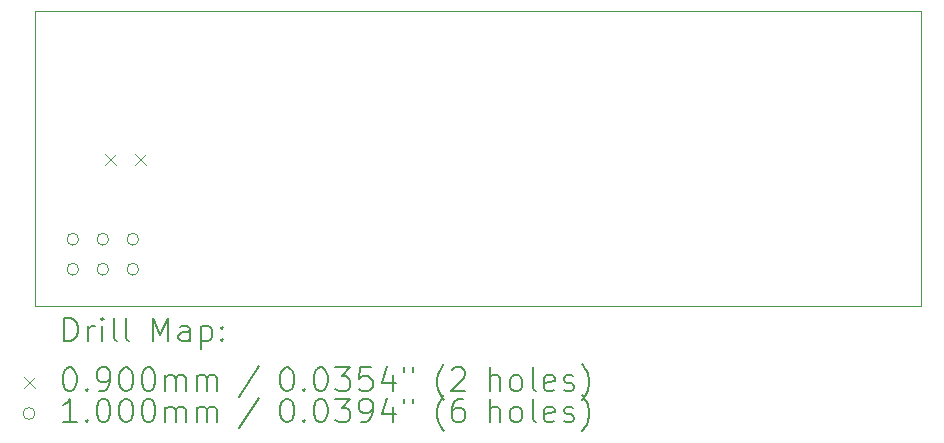
<source format=gbr>
%TF.GenerationSoftware,KiCad,Pcbnew,(6.99.0-2452-gdb4f2d9dd8)*%
%TF.CreationDate,2022-08-02T12:20:50-05:00*%
%TF.ProjectId,AWS,4157532e-6b69-4636-9164-5f7063625858,rev?*%
%TF.SameCoordinates,Original*%
%TF.FileFunction,Drillmap*%
%TF.FilePolarity,Positive*%
%FSLAX45Y45*%
G04 Gerber Fmt 4.5, Leading zero omitted, Abs format (unit mm)*
G04 Created by KiCad (PCBNEW (6.99.0-2452-gdb4f2d9dd8)) date 2022-08-02 12:20:50*
%MOMM*%
%LPD*%
G01*
G04 APERTURE LIST*
%ADD10C,0.100000*%
%ADD11C,0.200000*%
%ADD12C,0.090000*%
G04 APERTURE END LIST*
D10*
X10000000Y-5000000D02*
X17500000Y-5000000D01*
X17500000Y-5000000D02*
X17500000Y-7500000D01*
X17500000Y-7500000D02*
X10000000Y-7500000D01*
X10000000Y-7500000D02*
X10000000Y-5000000D01*
D11*
D12*
X10591000Y-6215000D02*
X10681000Y-6305000D01*
X10681000Y-6215000D02*
X10591000Y-6305000D01*
X10845000Y-6215000D02*
X10935000Y-6305000D01*
X10935000Y-6215000D02*
X10845000Y-6305000D01*
D10*
X10366000Y-6933000D02*
G75*
G03*
X10366000Y-6933000I-50000J0D01*
G01*
X10366000Y-7187000D02*
G75*
G03*
X10366000Y-7187000I-50000J0D01*
G01*
X10620000Y-6933000D02*
G75*
G03*
X10620000Y-6933000I-50000J0D01*
G01*
X10620000Y-7187000D02*
G75*
G03*
X10620000Y-7187000I-50000J0D01*
G01*
X10874000Y-6933000D02*
G75*
G03*
X10874000Y-6933000I-50000J0D01*
G01*
X10874000Y-7187000D02*
G75*
G03*
X10874000Y-7187000I-50000J0D01*
G01*
D11*
X10242619Y-7798476D02*
X10242619Y-7598476D01*
X10242619Y-7598476D02*
X10290238Y-7598476D01*
X10290238Y-7598476D02*
X10318810Y-7608000D01*
X10318810Y-7608000D02*
X10337857Y-7627048D01*
X10337857Y-7627048D02*
X10347381Y-7646095D01*
X10347381Y-7646095D02*
X10356905Y-7684190D01*
X10356905Y-7684190D02*
X10356905Y-7712762D01*
X10356905Y-7712762D02*
X10347381Y-7750857D01*
X10347381Y-7750857D02*
X10337857Y-7769905D01*
X10337857Y-7769905D02*
X10318810Y-7788952D01*
X10318810Y-7788952D02*
X10290238Y-7798476D01*
X10290238Y-7798476D02*
X10242619Y-7798476D01*
X10442619Y-7798476D02*
X10442619Y-7665143D01*
X10442619Y-7703238D02*
X10452143Y-7684190D01*
X10452143Y-7684190D02*
X10461667Y-7674667D01*
X10461667Y-7674667D02*
X10480714Y-7665143D01*
X10480714Y-7665143D02*
X10499762Y-7665143D01*
X10566429Y-7798476D02*
X10566429Y-7665143D01*
X10566429Y-7598476D02*
X10556905Y-7608000D01*
X10556905Y-7608000D02*
X10566429Y-7617524D01*
X10566429Y-7617524D02*
X10575952Y-7608000D01*
X10575952Y-7608000D02*
X10566429Y-7598476D01*
X10566429Y-7598476D02*
X10566429Y-7617524D01*
X10690238Y-7798476D02*
X10671190Y-7788952D01*
X10671190Y-7788952D02*
X10661667Y-7769905D01*
X10661667Y-7769905D02*
X10661667Y-7598476D01*
X10795000Y-7798476D02*
X10775952Y-7788952D01*
X10775952Y-7788952D02*
X10766429Y-7769905D01*
X10766429Y-7769905D02*
X10766429Y-7598476D01*
X10991190Y-7798476D02*
X10991190Y-7598476D01*
X10991190Y-7598476D02*
X11057857Y-7741333D01*
X11057857Y-7741333D02*
X11124524Y-7598476D01*
X11124524Y-7598476D02*
X11124524Y-7798476D01*
X11305476Y-7798476D02*
X11305476Y-7693714D01*
X11305476Y-7693714D02*
X11295952Y-7674667D01*
X11295952Y-7674667D02*
X11276905Y-7665143D01*
X11276905Y-7665143D02*
X11238809Y-7665143D01*
X11238809Y-7665143D02*
X11219762Y-7674667D01*
X11305476Y-7788952D02*
X11286428Y-7798476D01*
X11286428Y-7798476D02*
X11238809Y-7798476D01*
X11238809Y-7798476D02*
X11219762Y-7788952D01*
X11219762Y-7788952D02*
X11210238Y-7769905D01*
X11210238Y-7769905D02*
X11210238Y-7750857D01*
X11210238Y-7750857D02*
X11219762Y-7731809D01*
X11219762Y-7731809D02*
X11238809Y-7722286D01*
X11238809Y-7722286D02*
X11286428Y-7722286D01*
X11286428Y-7722286D02*
X11305476Y-7712762D01*
X11400714Y-7665143D02*
X11400714Y-7865143D01*
X11400714Y-7674667D02*
X11419762Y-7665143D01*
X11419762Y-7665143D02*
X11457857Y-7665143D01*
X11457857Y-7665143D02*
X11476905Y-7674667D01*
X11476905Y-7674667D02*
X11486428Y-7684190D01*
X11486428Y-7684190D02*
X11495952Y-7703238D01*
X11495952Y-7703238D02*
X11495952Y-7760381D01*
X11495952Y-7760381D02*
X11486428Y-7779428D01*
X11486428Y-7779428D02*
X11476905Y-7788952D01*
X11476905Y-7788952D02*
X11457857Y-7798476D01*
X11457857Y-7798476D02*
X11419762Y-7798476D01*
X11419762Y-7798476D02*
X11400714Y-7788952D01*
X11581667Y-7779428D02*
X11591190Y-7788952D01*
X11591190Y-7788952D02*
X11581667Y-7798476D01*
X11581667Y-7798476D02*
X11572143Y-7788952D01*
X11572143Y-7788952D02*
X11581667Y-7779428D01*
X11581667Y-7779428D02*
X11581667Y-7798476D01*
X11581667Y-7674667D02*
X11591190Y-7684190D01*
X11591190Y-7684190D02*
X11581667Y-7693714D01*
X11581667Y-7693714D02*
X11572143Y-7684190D01*
X11572143Y-7684190D02*
X11581667Y-7674667D01*
X11581667Y-7674667D02*
X11581667Y-7693714D01*
D12*
X9905000Y-8100000D02*
X9995000Y-8190000D01*
X9995000Y-8100000D02*
X9905000Y-8190000D01*
D11*
X10280714Y-8018476D02*
X10299762Y-8018476D01*
X10299762Y-8018476D02*
X10318810Y-8028000D01*
X10318810Y-8028000D02*
X10328333Y-8037524D01*
X10328333Y-8037524D02*
X10337857Y-8056571D01*
X10337857Y-8056571D02*
X10347381Y-8094667D01*
X10347381Y-8094667D02*
X10347381Y-8142286D01*
X10347381Y-8142286D02*
X10337857Y-8180381D01*
X10337857Y-8180381D02*
X10328333Y-8199428D01*
X10328333Y-8199428D02*
X10318810Y-8208952D01*
X10318810Y-8208952D02*
X10299762Y-8218476D01*
X10299762Y-8218476D02*
X10280714Y-8218476D01*
X10280714Y-8218476D02*
X10261667Y-8208952D01*
X10261667Y-8208952D02*
X10252143Y-8199428D01*
X10252143Y-8199428D02*
X10242619Y-8180381D01*
X10242619Y-8180381D02*
X10233095Y-8142286D01*
X10233095Y-8142286D02*
X10233095Y-8094667D01*
X10233095Y-8094667D02*
X10242619Y-8056571D01*
X10242619Y-8056571D02*
X10252143Y-8037524D01*
X10252143Y-8037524D02*
X10261667Y-8028000D01*
X10261667Y-8028000D02*
X10280714Y-8018476D01*
X10433095Y-8199428D02*
X10442619Y-8208952D01*
X10442619Y-8208952D02*
X10433095Y-8218476D01*
X10433095Y-8218476D02*
X10423571Y-8208952D01*
X10423571Y-8208952D02*
X10433095Y-8199428D01*
X10433095Y-8199428D02*
X10433095Y-8218476D01*
X10537857Y-8218476D02*
X10575952Y-8218476D01*
X10575952Y-8218476D02*
X10595000Y-8208952D01*
X10595000Y-8208952D02*
X10604524Y-8199428D01*
X10604524Y-8199428D02*
X10623571Y-8170857D01*
X10623571Y-8170857D02*
X10633095Y-8132762D01*
X10633095Y-8132762D02*
X10633095Y-8056571D01*
X10633095Y-8056571D02*
X10623571Y-8037524D01*
X10623571Y-8037524D02*
X10614048Y-8028000D01*
X10614048Y-8028000D02*
X10595000Y-8018476D01*
X10595000Y-8018476D02*
X10556905Y-8018476D01*
X10556905Y-8018476D02*
X10537857Y-8028000D01*
X10537857Y-8028000D02*
X10528333Y-8037524D01*
X10528333Y-8037524D02*
X10518810Y-8056571D01*
X10518810Y-8056571D02*
X10518810Y-8104190D01*
X10518810Y-8104190D02*
X10528333Y-8123238D01*
X10528333Y-8123238D02*
X10537857Y-8132762D01*
X10537857Y-8132762D02*
X10556905Y-8142286D01*
X10556905Y-8142286D02*
X10595000Y-8142286D01*
X10595000Y-8142286D02*
X10614048Y-8132762D01*
X10614048Y-8132762D02*
X10623571Y-8123238D01*
X10623571Y-8123238D02*
X10633095Y-8104190D01*
X10756905Y-8018476D02*
X10775952Y-8018476D01*
X10775952Y-8018476D02*
X10795000Y-8028000D01*
X10795000Y-8028000D02*
X10804524Y-8037524D01*
X10804524Y-8037524D02*
X10814048Y-8056571D01*
X10814048Y-8056571D02*
X10823571Y-8094667D01*
X10823571Y-8094667D02*
X10823571Y-8142286D01*
X10823571Y-8142286D02*
X10814048Y-8180381D01*
X10814048Y-8180381D02*
X10804524Y-8199428D01*
X10804524Y-8199428D02*
X10795000Y-8208952D01*
X10795000Y-8208952D02*
X10775952Y-8218476D01*
X10775952Y-8218476D02*
X10756905Y-8218476D01*
X10756905Y-8218476D02*
X10737857Y-8208952D01*
X10737857Y-8208952D02*
X10728333Y-8199428D01*
X10728333Y-8199428D02*
X10718810Y-8180381D01*
X10718810Y-8180381D02*
X10709286Y-8142286D01*
X10709286Y-8142286D02*
X10709286Y-8094667D01*
X10709286Y-8094667D02*
X10718810Y-8056571D01*
X10718810Y-8056571D02*
X10728333Y-8037524D01*
X10728333Y-8037524D02*
X10737857Y-8028000D01*
X10737857Y-8028000D02*
X10756905Y-8018476D01*
X10947381Y-8018476D02*
X10966429Y-8018476D01*
X10966429Y-8018476D02*
X10985476Y-8028000D01*
X10985476Y-8028000D02*
X10995000Y-8037524D01*
X10995000Y-8037524D02*
X11004524Y-8056571D01*
X11004524Y-8056571D02*
X11014048Y-8094667D01*
X11014048Y-8094667D02*
X11014048Y-8142286D01*
X11014048Y-8142286D02*
X11004524Y-8180381D01*
X11004524Y-8180381D02*
X10995000Y-8199428D01*
X10995000Y-8199428D02*
X10985476Y-8208952D01*
X10985476Y-8208952D02*
X10966429Y-8218476D01*
X10966429Y-8218476D02*
X10947381Y-8218476D01*
X10947381Y-8218476D02*
X10928333Y-8208952D01*
X10928333Y-8208952D02*
X10918810Y-8199428D01*
X10918810Y-8199428D02*
X10909286Y-8180381D01*
X10909286Y-8180381D02*
X10899762Y-8142286D01*
X10899762Y-8142286D02*
X10899762Y-8094667D01*
X10899762Y-8094667D02*
X10909286Y-8056571D01*
X10909286Y-8056571D02*
X10918810Y-8037524D01*
X10918810Y-8037524D02*
X10928333Y-8028000D01*
X10928333Y-8028000D02*
X10947381Y-8018476D01*
X11099762Y-8218476D02*
X11099762Y-8085143D01*
X11099762Y-8104190D02*
X11109286Y-8094667D01*
X11109286Y-8094667D02*
X11128333Y-8085143D01*
X11128333Y-8085143D02*
X11156905Y-8085143D01*
X11156905Y-8085143D02*
X11175952Y-8094667D01*
X11175952Y-8094667D02*
X11185476Y-8113714D01*
X11185476Y-8113714D02*
X11185476Y-8218476D01*
X11185476Y-8113714D02*
X11195000Y-8094667D01*
X11195000Y-8094667D02*
X11214048Y-8085143D01*
X11214048Y-8085143D02*
X11242619Y-8085143D01*
X11242619Y-8085143D02*
X11261667Y-8094667D01*
X11261667Y-8094667D02*
X11271190Y-8113714D01*
X11271190Y-8113714D02*
X11271190Y-8218476D01*
X11366429Y-8218476D02*
X11366429Y-8085143D01*
X11366429Y-8104190D02*
X11375952Y-8094667D01*
X11375952Y-8094667D02*
X11395000Y-8085143D01*
X11395000Y-8085143D02*
X11423571Y-8085143D01*
X11423571Y-8085143D02*
X11442619Y-8094667D01*
X11442619Y-8094667D02*
X11452143Y-8113714D01*
X11452143Y-8113714D02*
X11452143Y-8218476D01*
X11452143Y-8113714D02*
X11461667Y-8094667D01*
X11461667Y-8094667D02*
X11480714Y-8085143D01*
X11480714Y-8085143D02*
X11509286Y-8085143D01*
X11509286Y-8085143D02*
X11528333Y-8094667D01*
X11528333Y-8094667D02*
X11537857Y-8113714D01*
X11537857Y-8113714D02*
X11537857Y-8218476D01*
X11895952Y-8008952D02*
X11724524Y-8266095D01*
X12120714Y-8018476D02*
X12139762Y-8018476D01*
X12139762Y-8018476D02*
X12158810Y-8028000D01*
X12158810Y-8028000D02*
X12168333Y-8037524D01*
X12168333Y-8037524D02*
X12177857Y-8056571D01*
X12177857Y-8056571D02*
X12187381Y-8094667D01*
X12187381Y-8094667D02*
X12187381Y-8142286D01*
X12187381Y-8142286D02*
X12177857Y-8180381D01*
X12177857Y-8180381D02*
X12168333Y-8199428D01*
X12168333Y-8199428D02*
X12158810Y-8208952D01*
X12158810Y-8208952D02*
X12139762Y-8218476D01*
X12139762Y-8218476D02*
X12120714Y-8218476D01*
X12120714Y-8218476D02*
X12101667Y-8208952D01*
X12101667Y-8208952D02*
X12092143Y-8199428D01*
X12092143Y-8199428D02*
X12082619Y-8180381D01*
X12082619Y-8180381D02*
X12073095Y-8142286D01*
X12073095Y-8142286D02*
X12073095Y-8094667D01*
X12073095Y-8094667D02*
X12082619Y-8056571D01*
X12082619Y-8056571D02*
X12092143Y-8037524D01*
X12092143Y-8037524D02*
X12101667Y-8028000D01*
X12101667Y-8028000D02*
X12120714Y-8018476D01*
X12273095Y-8199428D02*
X12282619Y-8208952D01*
X12282619Y-8208952D02*
X12273095Y-8218476D01*
X12273095Y-8218476D02*
X12263571Y-8208952D01*
X12263571Y-8208952D02*
X12273095Y-8199428D01*
X12273095Y-8199428D02*
X12273095Y-8218476D01*
X12406429Y-8018476D02*
X12425476Y-8018476D01*
X12425476Y-8018476D02*
X12444524Y-8028000D01*
X12444524Y-8028000D02*
X12454048Y-8037524D01*
X12454048Y-8037524D02*
X12463571Y-8056571D01*
X12463571Y-8056571D02*
X12473095Y-8094667D01*
X12473095Y-8094667D02*
X12473095Y-8142286D01*
X12473095Y-8142286D02*
X12463571Y-8180381D01*
X12463571Y-8180381D02*
X12454048Y-8199428D01*
X12454048Y-8199428D02*
X12444524Y-8208952D01*
X12444524Y-8208952D02*
X12425476Y-8218476D01*
X12425476Y-8218476D02*
X12406429Y-8218476D01*
X12406429Y-8218476D02*
X12387381Y-8208952D01*
X12387381Y-8208952D02*
X12377857Y-8199428D01*
X12377857Y-8199428D02*
X12368333Y-8180381D01*
X12368333Y-8180381D02*
X12358810Y-8142286D01*
X12358810Y-8142286D02*
X12358810Y-8094667D01*
X12358810Y-8094667D02*
X12368333Y-8056571D01*
X12368333Y-8056571D02*
X12377857Y-8037524D01*
X12377857Y-8037524D02*
X12387381Y-8028000D01*
X12387381Y-8028000D02*
X12406429Y-8018476D01*
X12539762Y-8018476D02*
X12663571Y-8018476D01*
X12663571Y-8018476D02*
X12596905Y-8094667D01*
X12596905Y-8094667D02*
X12625476Y-8094667D01*
X12625476Y-8094667D02*
X12644524Y-8104190D01*
X12644524Y-8104190D02*
X12654048Y-8113714D01*
X12654048Y-8113714D02*
X12663571Y-8132762D01*
X12663571Y-8132762D02*
X12663571Y-8180381D01*
X12663571Y-8180381D02*
X12654048Y-8199428D01*
X12654048Y-8199428D02*
X12644524Y-8208952D01*
X12644524Y-8208952D02*
X12625476Y-8218476D01*
X12625476Y-8218476D02*
X12568333Y-8218476D01*
X12568333Y-8218476D02*
X12549286Y-8208952D01*
X12549286Y-8208952D02*
X12539762Y-8199428D01*
X12844524Y-8018476D02*
X12749286Y-8018476D01*
X12749286Y-8018476D02*
X12739762Y-8113714D01*
X12739762Y-8113714D02*
X12749286Y-8104190D01*
X12749286Y-8104190D02*
X12768333Y-8094667D01*
X12768333Y-8094667D02*
X12815952Y-8094667D01*
X12815952Y-8094667D02*
X12835000Y-8104190D01*
X12835000Y-8104190D02*
X12844524Y-8113714D01*
X12844524Y-8113714D02*
X12854048Y-8132762D01*
X12854048Y-8132762D02*
X12854048Y-8180381D01*
X12854048Y-8180381D02*
X12844524Y-8199428D01*
X12844524Y-8199428D02*
X12835000Y-8208952D01*
X12835000Y-8208952D02*
X12815952Y-8218476D01*
X12815952Y-8218476D02*
X12768333Y-8218476D01*
X12768333Y-8218476D02*
X12749286Y-8208952D01*
X12749286Y-8208952D02*
X12739762Y-8199428D01*
X13025476Y-8085143D02*
X13025476Y-8218476D01*
X12977857Y-8008952D02*
X12930238Y-8151809D01*
X12930238Y-8151809D02*
X13054048Y-8151809D01*
X13120714Y-8018476D02*
X13120714Y-8056571D01*
X13196905Y-8018476D02*
X13196905Y-8056571D01*
X13459762Y-8294667D02*
X13450238Y-8285143D01*
X13450238Y-8285143D02*
X13431191Y-8256571D01*
X13431191Y-8256571D02*
X13421667Y-8237524D01*
X13421667Y-8237524D02*
X13412143Y-8208952D01*
X13412143Y-8208952D02*
X13402619Y-8161333D01*
X13402619Y-8161333D02*
X13402619Y-8123238D01*
X13402619Y-8123238D02*
X13412143Y-8075619D01*
X13412143Y-8075619D02*
X13421667Y-8047048D01*
X13421667Y-8047048D02*
X13431191Y-8028000D01*
X13431191Y-8028000D02*
X13450238Y-7999428D01*
X13450238Y-7999428D02*
X13459762Y-7989905D01*
X13526429Y-8037524D02*
X13535952Y-8028000D01*
X13535952Y-8028000D02*
X13555000Y-8018476D01*
X13555000Y-8018476D02*
X13602619Y-8018476D01*
X13602619Y-8018476D02*
X13621667Y-8028000D01*
X13621667Y-8028000D02*
X13631191Y-8037524D01*
X13631191Y-8037524D02*
X13640714Y-8056571D01*
X13640714Y-8056571D02*
X13640714Y-8075619D01*
X13640714Y-8075619D02*
X13631191Y-8104190D01*
X13631191Y-8104190D02*
X13516905Y-8218476D01*
X13516905Y-8218476D02*
X13640714Y-8218476D01*
X13846429Y-8218476D02*
X13846429Y-8018476D01*
X13932143Y-8218476D02*
X13932143Y-8113714D01*
X13932143Y-8113714D02*
X13922619Y-8094667D01*
X13922619Y-8094667D02*
X13903572Y-8085143D01*
X13903572Y-8085143D02*
X13875000Y-8085143D01*
X13875000Y-8085143D02*
X13855952Y-8094667D01*
X13855952Y-8094667D02*
X13846429Y-8104190D01*
X14055952Y-8218476D02*
X14036905Y-8208952D01*
X14036905Y-8208952D02*
X14027381Y-8199428D01*
X14027381Y-8199428D02*
X14017857Y-8180381D01*
X14017857Y-8180381D02*
X14017857Y-8123238D01*
X14017857Y-8123238D02*
X14027381Y-8104190D01*
X14027381Y-8104190D02*
X14036905Y-8094667D01*
X14036905Y-8094667D02*
X14055952Y-8085143D01*
X14055952Y-8085143D02*
X14084524Y-8085143D01*
X14084524Y-8085143D02*
X14103572Y-8094667D01*
X14103572Y-8094667D02*
X14113095Y-8104190D01*
X14113095Y-8104190D02*
X14122619Y-8123238D01*
X14122619Y-8123238D02*
X14122619Y-8180381D01*
X14122619Y-8180381D02*
X14113095Y-8199428D01*
X14113095Y-8199428D02*
X14103572Y-8208952D01*
X14103572Y-8208952D02*
X14084524Y-8218476D01*
X14084524Y-8218476D02*
X14055952Y-8218476D01*
X14236905Y-8218476D02*
X14217857Y-8208952D01*
X14217857Y-8208952D02*
X14208333Y-8189905D01*
X14208333Y-8189905D02*
X14208333Y-8018476D01*
X14389286Y-8208952D02*
X14370238Y-8218476D01*
X14370238Y-8218476D02*
X14332143Y-8218476D01*
X14332143Y-8218476D02*
X14313095Y-8208952D01*
X14313095Y-8208952D02*
X14303572Y-8189905D01*
X14303572Y-8189905D02*
X14303572Y-8113714D01*
X14303572Y-8113714D02*
X14313095Y-8094667D01*
X14313095Y-8094667D02*
X14332143Y-8085143D01*
X14332143Y-8085143D02*
X14370238Y-8085143D01*
X14370238Y-8085143D02*
X14389286Y-8094667D01*
X14389286Y-8094667D02*
X14398810Y-8113714D01*
X14398810Y-8113714D02*
X14398810Y-8132762D01*
X14398810Y-8132762D02*
X14303572Y-8151809D01*
X14475000Y-8208952D02*
X14494048Y-8218476D01*
X14494048Y-8218476D02*
X14532143Y-8218476D01*
X14532143Y-8218476D02*
X14551191Y-8208952D01*
X14551191Y-8208952D02*
X14560714Y-8189905D01*
X14560714Y-8189905D02*
X14560714Y-8180381D01*
X14560714Y-8180381D02*
X14551191Y-8161333D01*
X14551191Y-8161333D02*
X14532143Y-8151809D01*
X14532143Y-8151809D02*
X14503572Y-8151809D01*
X14503572Y-8151809D02*
X14484524Y-8142286D01*
X14484524Y-8142286D02*
X14475000Y-8123238D01*
X14475000Y-8123238D02*
X14475000Y-8113714D01*
X14475000Y-8113714D02*
X14484524Y-8094667D01*
X14484524Y-8094667D02*
X14503572Y-8085143D01*
X14503572Y-8085143D02*
X14532143Y-8085143D01*
X14532143Y-8085143D02*
X14551191Y-8094667D01*
X14627381Y-8294667D02*
X14636905Y-8285143D01*
X14636905Y-8285143D02*
X14655953Y-8256571D01*
X14655953Y-8256571D02*
X14665476Y-8237524D01*
X14665476Y-8237524D02*
X14675000Y-8208952D01*
X14675000Y-8208952D02*
X14684524Y-8161333D01*
X14684524Y-8161333D02*
X14684524Y-8123238D01*
X14684524Y-8123238D02*
X14675000Y-8075619D01*
X14675000Y-8075619D02*
X14665476Y-8047048D01*
X14665476Y-8047048D02*
X14655953Y-8028000D01*
X14655953Y-8028000D02*
X14636905Y-7999428D01*
X14636905Y-7999428D02*
X14627381Y-7989905D01*
D10*
X9995000Y-8409000D02*
G75*
G03*
X9995000Y-8409000I-50000J0D01*
G01*
D11*
X10347381Y-8482476D02*
X10233095Y-8482476D01*
X10290238Y-8482476D02*
X10290238Y-8282476D01*
X10290238Y-8282476D02*
X10271190Y-8311048D01*
X10271190Y-8311048D02*
X10252143Y-8330095D01*
X10252143Y-8330095D02*
X10233095Y-8339619D01*
X10433095Y-8463429D02*
X10442619Y-8472952D01*
X10442619Y-8472952D02*
X10433095Y-8482476D01*
X10433095Y-8482476D02*
X10423571Y-8472952D01*
X10423571Y-8472952D02*
X10433095Y-8463429D01*
X10433095Y-8463429D02*
X10433095Y-8482476D01*
X10566429Y-8282476D02*
X10585476Y-8282476D01*
X10585476Y-8282476D02*
X10604524Y-8292000D01*
X10604524Y-8292000D02*
X10614048Y-8301524D01*
X10614048Y-8301524D02*
X10623571Y-8320571D01*
X10623571Y-8320571D02*
X10633095Y-8358667D01*
X10633095Y-8358667D02*
X10633095Y-8406286D01*
X10633095Y-8406286D02*
X10623571Y-8444381D01*
X10623571Y-8444381D02*
X10614048Y-8463429D01*
X10614048Y-8463429D02*
X10604524Y-8472952D01*
X10604524Y-8472952D02*
X10585476Y-8482476D01*
X10585476Y-8482476D02*
X10566429Y-8482476D01*
X10566429Y-8482476D02*
X10547381Y-8472952D01*
X10547381Y-8472952D02*
X10537857Y-8463429D01*
X10537857Y-8463429D02*
X10528333Y-8444381D01*
X10528333Y-8444381D02*
X10518810Y-8406286D01*
X10518810Y-8406286D02*
X10518810Y-8358667D01*
X10518810Y-8358667D02*
X10528333Y-8320571D01*
X10528333Y-8320571D02*
X10537857Y-8301524D01*
X10537857Y-8301524D02*
X10547381Y-8292000D01*
X10547381Y-8292000D02*
X10566429Y-8282476D01*
X10756905Y-8282476D02*
X10775952Y-8282476D01*
X10775952Y-8282476D02*
X10795000Y-8292000D01*
X10795000Y-8292000D02*
X10804524Y-8301524D01*
X10804524Y-8301524D02*
X10814048Y-8320571D01*
X10814048Y-8320571D02*
X10823571Y-8358667D01*
X10823571Y-8358667D02*
X10823571Y-8406286D01*
X10823571Y-8406286D02*
X10814048Y-8444381D01*
X10814048Y-8444381D02*
X10804524Y-8463429D01*
X10804524Y-8463429D02*
X10795000Y-8472952D01*
X10795000Y-8472952D02*
X10775952Y-8482476D01*
X10775952Y-8482476D02*
X10756905Y-8482476D01*
X10756905Y-8482476D02*
X10737857Y-8472952D01*
X10737857Y-8472952D02*
X10728333Y-8463429D01*
X10728333Y-8463429D02*
X10718810Y-8444381D01*
X10718810Y-8444381D02*
X10709286Y-8406286D01*
X10709286Y-8406286D02*
X10709286Y-8358667D01*
X10709286Y-8358667D02*
X10718810Y-8320571D01*
X10718810Y-8320571D02*
X10728333Y-8301524D01*
X10728333Y-8301524D02*
X10737857Y-8292000D01*
X10737857Y-8292000D02*
X10756905Y-8282476D01*
X10947381Y-8282476D02*
X10966429Y-8282476D01*
X10966429Y-8282476D02*
X10985476Y-8292000D01*
X10985476Y-8292000D02*
X10995000Y-8301524D01*
X10995000Y-8301524D02*
X11004524Y-8320571D01*
X11004524Y-8320571D02*
X11014048Y-8358667D01*
X11014048Y-8358667D02*
X11014048Y-8406286D01*
X11014048Y-8406286D02*
X11004524Y-8444381D01*
X11004524Y-8444381D02*
X10995000Y-8463429D01*
X10995000Y-8463429D02*
X10985476Y-8472952D01*
X10985476Y-8472952D02*
X10966429Y-8482476D01*
X10966429Y-8482476D02*
X10947381Y-8482476D01*
X10947381Y-8482476D02*
X10928333Y-8472952D01*
X10928333Y-8472952D02*
X10918810Y-8463429D01*
X10918810Y-8463429D02*
X10909286Y-8444381D01*
X10909286Y-8444381D02*
X10899762Y-8406286D01*
X10899762Y-8406286D02*
X10899762Y-8358667D01*
X10899762Y-8358667D02*
X10909286Y-8320571D01*
X10909286Y-8320571D02*
X10918810Y-8301524D01*
X10918810Y-8301524D02*
X10928333Y-8292000D01*
X10928333Y-8292000D02*
X10947381Y-8282476D01*
X11099762Y-8482476D02*
X11099762Y-8349143D01*
X11099762Y-8368190D02*
X11109286Y-8358667D01*
X11109286Y-8358667D02*
X11128333Y-8349143D01*
X11128333Y-8349143D02*
X11156905Y-8349143D01*
X11156905Y-8349143D02*
X11175952Y-8358667D01*
X11175952Y-8358667D02*
X11185476Y-8377714D01*
X11185476Y-8377714D02*
X11185476Y-8482476D01*
X11185476Y-8377714D02*
X11195000Y-8358667D01*
X11195000Y-8358667D02*
X11214048Y-8349143D01*
X11214048Y-8349143D02*
X11242619Y-8349143D01*
X11242619Y-8349143D02*
X11261667Y-8358667D01*
X11261667Y-8358667D02*
X11271190Y-8377714D01*
X11271190Y-8377714D02*
X11271190Y-8482476D01*
X11366429Y-8482476D02*
X11366429Y-8349143D01*
X11366429Y-8368190D02*
X11375952Y-8358667D01*
X11375952Y-8358667D02*
X11395000Y-8349143D01*
X11395000Y-8349143D02*
X11423571Y-8349143D01*
X11423571Y-8349143D02*
X11442619Y-8358667D01*
X11442619Y-8358667D02*
X11452143Y-8377714D01*
X11452143Y-8377714D02*
X11452143Y-8482476D01*
X11452143Y-8377714D02*
X11461667Y-8358667D01*
X11461667Y-8358667D02*
X11480714Y-8349143D01*
X11480714Y-8349143D02*
X11509286Y-8349143D01*
X11509286Y-8349143D02*
X11528333Y-8358667D01*
X11528333Y-8358667D02*
X11537857Y-8377714D01*
X11537857Y-8377714D02*
X11537857Y-8482476D01*
X11895952Y-8272952D02*
X11724524Y-8530095D01*
X12120714Y-8282476D02*
X12139762Y-8282476D01*
X12139762Y-8282476D02*
X12158810Y-8292000D01*
X12158810Y-8292000D02*
X12168333Y-8301524D01*
X12168333Y-8301524D02*
X12177857Y-8320571D01*
X12177857Y-8320571D02*
X12187381Y-8358667D01*
X12187381Y-8358667D02*
X12187381Y-8406286D01*
X12187381Y-8406286D02*
X12177857Y-8444381D01*
X12177857Y-8444381D02*
X12168333Y-8463429D01*
X12168333Y-8463429D02*
X12158810Y-8472952D01*
X12158810Y-8472952D02*
X12139762Y-8482476D01*
X12139762Y-8482476D02*
X12120714Y-8482476D01*
X12120714Y-8482476D02*
X12101667Y-8472952D01*
X12101667Y-8472952D02*
X12092143Y-8463429D01*
X12092143Y-8463429D02*
X12082619Y-8444381D01*
X12082619Y-8444381D02*
X12073095Y-8406286D01*
X12073095Y-8406286D02*
X12073095Y-8358667D01*
X12073095Y-8358667D02*
X12082619Y-8320571D01*
X12082619Y-8320571D02*
X12092143Y-8301524D01*
X12092143Y-8301524D02*
X12101667Y-8292000D01*
X12101667Y-8292000D02*
X12120714Y-8282476D01*
X12273095Y-8463429D02*
X12282619Y-8472952D01*
X12282619Y-8472952D02*
X12273095Y-8482476D01*
X12273095Y-8482476D02*
X12263571Y-8472952D01*
X12263571Y-8472952D02*
X12273095Y-8463429D01*
X12273095Y-8463429D02*
X12273095Y-8482476D01*
X12406429Y-8282476D02*
X12425476Y-8282476D01*
X12425476Y-8282476D02*
X12444524Y-8292000D01*
X12444524Y-8292000D02*
X12454048Y-8301524D01*
X12454048Y-8301524D02*
X12463571Y-8320571D01*
X12463571Y-8320571D02*
X12473095Y-8358667D01*
X12473095Y-8358667D02*
X12473095Y-8406286D01*
X12473095Y-8406286D02*
X12463571Y-8444381D01*
X12463571Y-8444381D02*
X12454048Y-8463429D01*
X12454048Y-8463429D02*
X12444524Y-8472952D01*
X12444524Y-8472952D02*
X12425476Y-8482476D01*
X12425476Y-8482476D02*
X12406429Y-8482476D01*
X12406429Y-8482476D02*
X12387381Y-8472952D01*
X12387381Y-8472952D02*
X12377857Y-8463429D01*
X12377857Y-8463429D02*
X12368333Y-8444381D01*
X12368333Y-8444381D02*
X12358810Y-8406286D01*
X12358810Y-8406286D02*
X12358810Y-8358667D01*
X12358810Y-8358667D02*
X12368333Y-8320571D01*
X12368333Y-8320571D02*
X12377857Y-8301524D01*
X12377857Y-8301524D02*
X12387381Y-8292000D01*
X12387381Y-8292000D02*
X12406429Y-8282476D01*
X12539762Y-8282476D02*
X12663571Y-8282476D01*
X12663571Y-8282476D02*
X12596905Y-8358667D01*
X12596905Y-8358667D02*
X12625476Y-8358667D01*
X12625476Y-8358667D02*
X12644524Y-8368190D01*
X12644524Y-8368190D02*
X12654048Y-8377714D01*
X12654048Y-8377714D02*
X12663571Y-8396762D01*
X12663571Y-8396762D02*
X12663571Y-8444381D01*
X12663571Y-8444381D02*
X12654048Y-8463429D01*
X12654048Y-8463429D02*
X12644524Y-8472952D01*
X12644524Y-8472952D02*
X12625476Y-8482476D01*
X12625476Y-8482476D02*
X12568333Y-8482476D01*
X12568333Y-8482476D02*
X12549286Y-8472952D01*
X12549286Y-8472952D02*
X12539762Y-8463429D01*
X12758810Y-8482476D02*
X12796905Y-8482476D01*
X12796905Y-8482476D02*
X12815952Y-8472952D01*
X12815952Y-8472952D02*
X12825476Y-8463429D01*
X12825476Y-8463429D02*
X12844524Y-8434857D01*
X12844524Y-8434857D02*
X12854048Y-8396762D01*
X12854048Y-8396762D02*
X12854048Y-8320571D01*
X12854048Y-8320571D02*
X12844524Y-8301524D01*
X12844524Y-8301524D02*
X12835000Y-8292000D01*
X12835000Y-8292000D02*
X12815952Y-8282476D01*
X12815952Y-8282476D02*
X12777857Y-8282476D01*
X12777857Y-8282476D02*
X12758810Y-8292000D01*
X12758810Y-8292000D02*
X12749286Y-8301524D01*
X12749286Y-8301524D02*
X12739762Y-8320571D01*
X12739762Y-8320571D02*
X12739762Y-8368190D01*
X12739762Y-8368190D02*
X12749286Y-8387238D01*
X12749286Y-8387238D02*
X12758810Y-8396762D01*
X12758810Y-8396762D02*
X12777857Y-8406286D01*
X12777857Y-8406286D02*
X12815952Y-8406286D01*
X12815952Y-8406286D02*
X12835000Y-8396762D01*
X12835000Y-8396762D02*
X12844524Y-8387238D01*
X12844524Y-8387238D02*
X12854048Y-8368190D01*
X13025476Y-8349143D02*
X13025476Y-8482476D01*
X12977857Y-8272952D02*
X12930238Y-8415810D01*
X12930238Y-8415810D02*
X13054048Y-8415810D01*
X13120714Y-8282476D02*
X13120714Y-8320571D01*
X13196905Y-8282476D02*
X13196905Y-8320571D01*
X13459762Y-8558667D02*
X13450238Y-8549143D01*
X13450238Y-8549143D02*
X13431191Y-8520571D01*
X13431191Y-8520571D02*
X13421667Y-8501524D01*
X13421667Y-8501524D02*
X13412143Y-8472952D01*
X13412143Y-8472952D02*
X13402619Y-8425333D01*
X13402619Y-8425333D02*
X13402619Y-8387238D01*
X13402619Y-8387238D02*
X13412143Y-8339619D01*
X13412143Y-8339619D02*
X13421667Y-8311048D01*
X13421667Y-8311048D02*
X13431191Y-8292000D01*
X13431191Y-8292000D02*
X13450238Y-8263428D01*
X13450238Y-8263428D02*
X13459762Y-8253905D01*
X13621667Y-8282476D02*
X13583571Y-8282476D01*
X13583571Y-8282476D02*
X13564524Y-8292000D01*
X13564524Y-8292000D02*
X13555000Y-8301524D01*
X13555000Y-8301524D02*
X13535952Y-8330095D01*
X13535952Y-8330095D02*
X13526429Y-8368190D01*
X13526429Y-8368190D02*
X13526429Y-8444381D01*
X13526429Y-8444381D02*
X13535952Y-8463429D01*
X13535952Y-8463429D02*
X13545476Y-8472952D01*
X13545476Y-8472952D02*
X13564524Y-8482476D01*
X13564524Y-8482476D02*
X13602619Y-8482476D01*
X13602619Y-8482476D02*
X13621667Y-8472952D01*
X13621667Y-8472952D02*
X13631191Y-8463429D01*
X13631191Y-8463429D02*
X13640714Y-8444381D01*
X13640714Y-8444381D02*
X13640714Y-8396762D01*
X13640714Y-8396762D02*
X13631191Y-8377714D01*
X13631191Y-8377714D02*
X13621667Y-8368190D01*
X13621667Y-8368190D02*
X13602619Y-8358667D01*
X13602619Y-8358667D02*
X13564524Y-8358667D01*
X13564524Y-8358667D02*
X13545476Y-8368190D01*
X13545476Y-8368190D02*
X13535952Y-8377714D01*
X13535952Y-8377714D02*
X13526429Y-8396762D01*
X13846429Y-8482476D02*
X13846429Y-8282476D01*
X13932143Y-8482476D02*
X13932143Y-8377714D01*
X13932143Y-8377714D02*
X13922619Y-8358667D01*
X13922619Y-8358667D02*
X13903572Y-8349143D01*
X13903572Y-8349143D02*
X13875000Y-8349143D01*
X13875000Y-8349143D02*
X13855952Y-8358667D01*
X13855952Y-8358667D02*
X13846429Y-8368190D01*
X14055952Y-8482476D02*
X14036905Y-8472952D01*
X14036905Y-8472952D02*
X14027381Y-8463429D01*
X14027381Y-8463429D02*
X14017857Y-8444381D01*
X14017857Y-8444381D02*
X14017857Y-8387238D01*
X14017857Y-8387238D02*
X14027381Y-8368190D01*
X14027381Y-8368190D02*
X14036905Y-8358667D01*
X14036905Y-8358667D02*
X14055952Y-8349143D01*
X14055952Y-8349143D02*
X14084524Y-8349143D01*
X14084524Y-8349143D02*
X14103572Y-8358667D01*
X14103572Y-8358667D02*
X14113095Y-8368190D01*
X14113095Y-8368190D02*
X14122619Y-8387238D01*
X14122619Y-8387238D02*
X14122619Y-8444381D01*
X14122619Y-8444381D02*
X14113095Y-8463429D01*
X14113095Y-8463429D02*
X14103572Y-8472952D01*
X14103572Y-8472952D02*
X14084524Y-8482476D01*
X14084524Y-8482476D02*
X14055952Y-8482476D01*
X14236905Y-8482476D02*
X14217857Y-8472952D01*
X14217857Y-8472952D02*
X14208333Y-8453905D01*
X14208333Y-8453905D02*
X14208333Y-8282476D01*
X14389286Y-8472952D02*
X14370238Y-8482476D01*
X14370238Y-8482476D02*
X14332143Y-8482476D01*
X14332143Y-8482476D02*
X14313095Y-8472952D01*
X14313095Y-8472952D02*
X14303572Y-8453905D01*
X14303572Y-8453905D02*
X14303572Y-8377714D01*
X14303572Y-8377714D02*
X14313095Y-8358667D01*
X14313095Y-8358667D02*
X14332143Y-8349143D01*
X14332143Y-8349143D02*
X14370238Y-8349143D01*
X14370238Y-8349143D02*
X14389286Y-8358667D01*
X14389286Y-8358667D02*
X14398810Y-8377714D01*
X14398810Y-8377714D02*
X14398810Y-8396762D01*
X14398810Y-8396762D02*
X14303572Y-8415810D01*
X14475000Y-8472952D02*
X14494048Y-8482476D01*
X14494048Y-8482476D02*
X14532143Y-8482476D01*
X14532143Y-8482476D02*
X14551191Y-8472952D01*
X14551191Y-8472952D02*
X14560714Y-8453905D01*
X14560714Y-8453905D02*
X14560714Y-8444381D01*
X14560714Y-8444381D02*
X14551191Y-8425333D01*
X14551191Y-8425333D02*
X14532143Y-8415810D01*
X14532143Y-8415810D02*
X14503572Y-8415810D01*
X14503572Y-8415810D02*
X14484524Y-8406286D01*
X14484524Y-8406286D02*
X14475000Y-8387238D01*
X14475000Y-8387238D02*
X14475000Y-8377714D01*
X14475000Y-8377714D02*
X14484524Y-8358667D01*
X14484524Y-8358667D02*
X14503572Y-8349143D01*
X14503572Y-8349143D02*
X14532143Y-8349143D01*
X14532143Y-8349143D02*
X14551191Y-8358667D01*
X14627381Y-8558667D02*
X14636905Y-8549143D01*
X14636905Y-8549143D02*
X14655953Y-8520571D01*
X14655953Y-8520571D02*
X14665476Y-8501524D01*
X14665476Y-8501524D02*
X14675000Y-8472952D01*
X14675000Y-8472952D02*
X14684524Y-8425333D01*
X14684524Y-8425333D02*
X14684524Y-8387238D01*
X14684524Y-8387238D02*
X14675000Y-8339619D01*
X14675000Y-8339619D02*
X14665476Y-8311048D01*
X14665476Y-8311048D02*
X14655953Y-8292000D01*
X14655953Y-8292000D02*
X14636905Y-8263428D01*
X14636905Y-8263428D02*
X14627381Y-8253905D01*
M02*

</source>
